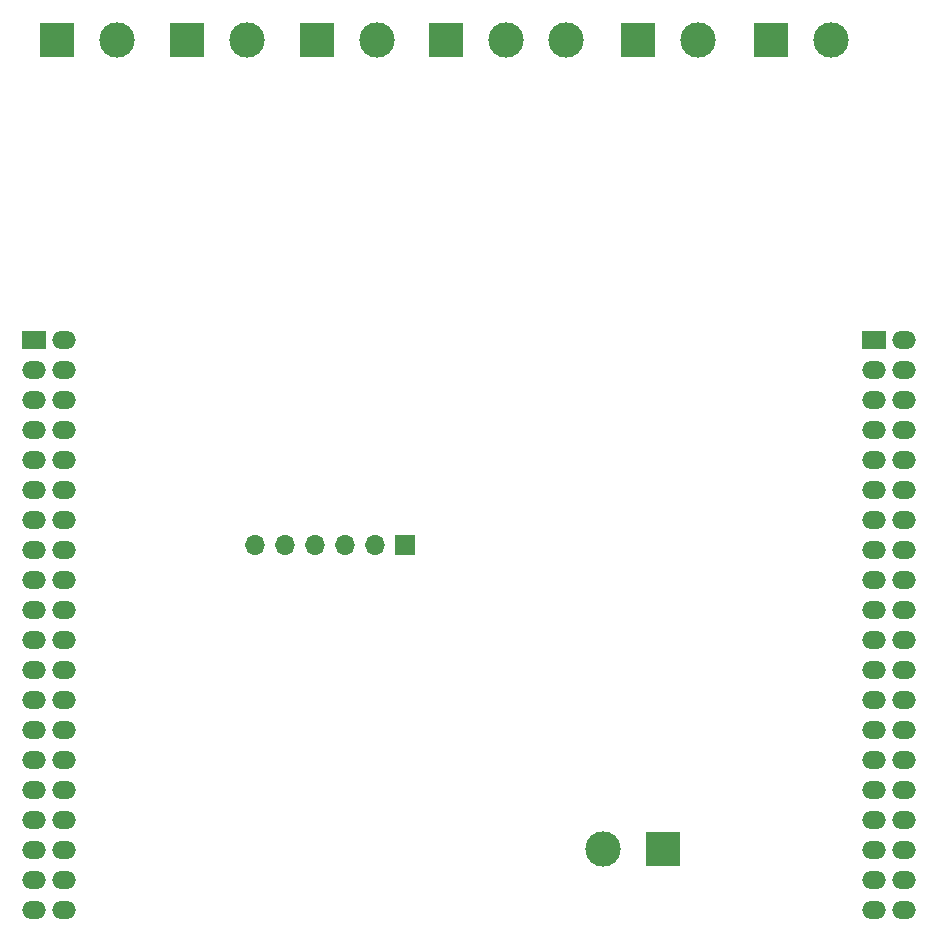
<source format=gbs>
G04 #@! TF.GenerationSoftware,KiCad,Pcbnew,(6.0.1)*
G04 #@! TF.CreationDate,2022-01-24T21:39:17-03:00*
G04 #@! TF.ProjectId,ice-adq,6963652d-6164-4712-9e6b-696361645f70,1.0*
G04 #@! TF.SameCoordinates,Original*
G04 #@! TF.FileFunction,Soldermask,Bot*
G04 #@! TF.FilePolarity,Negative*
%FSLAX46Y46*%
G04 Gerber Fmt 4.6, Leading zero omitted, Abs format (unit mm)*
G04 Created by KiCad (PCBNEW (6.0.1)) date 2022-01-24 21:39:17*
%MOMM*%
%LPD*%
G01*
G04 APERTURE LIST*
%ADD10R,2.000000X1.524000*%
%ADD11O,2.000000X1.524000*%
%ADD12R,3.000000X3.000000*%
%ADD13C,3.000000*%
%ADD14R,1.700000X1.700000*%
%ADD15O,1.700000X1.700000*%
G04 APERTURE END LIST*
D10*
X141715001Y-138095001D03*
D11*
X144255001Y-138095001D03*
X141715001Y-150795001D03*
X144255001Y-140635001D03*
X141715001Y-153335001D03*
X144255001Y-143175001D03*
X141715001Y-155875001D03*
X144255001Y-145715001D03*
X141715001Y-158415001D03*
X144255001Y-148255001D03*
X141715001Y-160955001D03*
X144255001Y-150795001D03*
X141715001Y-163495001D03*
X144255001Y-153335001D03*
X141715001Y-166035001D03*
X144255001Y-155875001D03*
X141715001Y-168575001D03*
X144255001Y-158415001D03*
X141715001Y-171115001D03*
X144255001Y-160955001D03*
X141715001Y-173655001D03*
X144255001Y-163495001D03*
X141715001Y-176195001D03*
X144255001Y-166035001D03*
X144255001Y-168575001D03*
X141715001Y-178735001D03*
X144255001Y-171115001D03*
X144255001Y-176195001D03*
X144255001Y-178735001D03*
X144255001Y-181275001D03*
X144255001Y-183815001D03*
X141715001Y-181275001D03*
X141715001Y-183815001D03*
X141715001Y-140635001D03*
X141715001Y-143175001D03*
X141715001Y-145715001D03*
X141715001Y-148255001D03*
X141715001Y-186355001D03*
X144255001Y-186355001D03*
X144255001Y-173655001D03*
D10*
X70595001Y-138095001D03*
D11*
X73135001Y-138095001D03*
X70595001Y-140635001D03*
X73135001Y-140635001D03*
X70595001Y-143175001D03*
X73135001Y-143175001D03*
X70595001Y-145715001D03*
X73135001Y-145715001D03*
X70595001Y-148255001D03*
X73135001Y-148255001D03*
X70595001Y-150795001D03*
X73135001Y-150795001D03*
X70595001Y-153335001D03*
X73135001Y-153335001D03*
X70595001Y-155875001D03*
X73135001Y-155875001D03*
X70595001Y-158415001D03*
X73135001Y-158415001D03*
X70595001Y-160955001D03*
X73135001Y-160955001D03*
X70595001Y-163495001D03*
X73135001Y-163495001D03*
X70595001Y-166035001D03*
X73135001Y-166035001D03*
X70595001Y-168575001D03*
X73135001Y-168575001D03*
X70595001Y-171115001D03*
X73135001Y-171115001D03*
X70595001Y-173655001D03*
X73135001Y-173655001D03*
X70595001Y-176195001D03*
X73135001Y-176195001D03*
X70595001Y-178735001D03*
X73135001Y-178735001D03*
X70595001Y-181275001D03*
X73135001Y-181275001D03*
X70595001Y-183815001D03*
X73135001Y-183815001D03*
X70595001Y-186355001D03*
X73135001Y-186355001D03*
D12*
X94500000Y-112753661D03*
D13*
X99580000Y-112753661D03*
X88580000Y-112753661D03*
D12*
X83500000Y-112753661D03*
D13*
X77580000Y-112750000D03*
D12*
X72500000Y-112750000D03*
X121750000Y-112750000D03*
D13*
X126830000Y-112750000D03*
D12*
X105503722Y-112750000D03*
D13*
X110583722Y-112750000D03*
X115663722Y-112750000D03*
X138080000Y-112750000D03*
D12*
X133000000Y-112750000D03*
X123800000Y-181200000D03*
D13*
X118720000Y-181200000D03*
D14*
X102000000Y-155500000D03*
D15*
X99460000Y-155500000D03*
X96920000Y-155500000D03*
X94380000Y-155500000D03*
X91840000Y-155500000D03*
X89300000Y-155500000D03*
M02*

</source>
